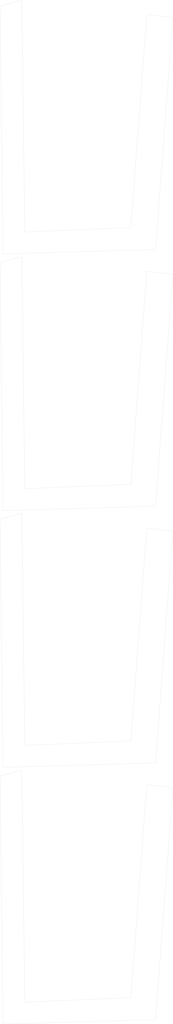
<source format=kicad_pcb>
(kicad_pcb (version 20221018) (generator pcbnew)

  (general
    (thickness 1.6)
  )

  (paper "A4")
  (layers
    (0 "F.Cu" signal)
    (31 "B.Cu" signal)
    (32 "B.Adhes" user "B.Adhesive")
    (33 "F.Adhes" user "F.Adhesive")
    (34 "B.Paste" user)
    (35 "F.Paste" user)
    (36 "B.SilkS" user "B.Silkscreen")
    (37 "F.SilkS" user "F.Silkscreen")
    (38 "B.Mask" user)
    (39 "F.Mask" user)
    (40 "Dwgs.User" user "User.Drawings")
    (41 "Cmts.User" user "User.Comments")
    (42 "Eco1.User" user "User.Eco1")
    (43 "Eco2.User" user "User.Eco2")
    (44 "Edge.Cuts" user)
    (45 "Margin" user)
    (46 "B.CrtYd" user "B.Courtyard")
    (47 "F.CrtYd" user "F.Courtyard")
    (48 "B.Fab" user)
    (49 "F.Fab" user)
    (50 "User.1" user)
    (51 "User.2" user)
    (52 "User.3" user)
    (53 "User.4" user)
    (54 "User.5" user)
    (55 "User.6" user)
    (56 "User.7" user)
    (57 "User.8" user)
    (58 "User.9" user)
  )

  (setup
    (stackup
      (layer "F.SilkS" (type "Top Silk Screen"))
      (layer "F.Paste" (type "Top Solder Paste"))
      (layer "F.Mask" (type "Top Solder Mask") (thickness 0.01))
      (layer "F.Cu" (type "copper") (thickness 0.035))
      (layer "dielectric 1" (type "core") (thickness 1.51) (material "FR4") (epsilon_r 4.5) (loss_tangent 0.02))
      (layer "B.Cu" (type "copper") (thickness 0.035))
      (layer "B.Mask" (type "Bottom Solder Mask") (thickness 0.01))
      (layer "B.Paste" (type "Bottom Solder Paste"))
      (layer "B.SilkS" (type "Bottom Silk Screen"))
      (layer "F.SilkS" (type "Top Silk Screen"))
      (layer "F.Paste" (type "Top Solder Paste"))
      (layer "F.Mask" (type "Top Solder Mask") (thickness 0.01))
      (layer "F.Cu" (type "copper") (thickness 0.035))
      (layer "dielectric 1" (type "core") (thickness 1.51) (material "FR4") (epsilon_r 4.5) (loss_tangent 0.02))
      (layer "B.Cu" (type "copper") (thickness 0.035))
      (layer "B.Mask" (type "Bottom Solder Mask") (thickness 0.01))
      (layer "B.Paste" (type "Bottom Solder Paste"))
      (layer "B.SilkS" (type "Bottom Silk Screen"))
      (layer "F.SilkS" (type "Top Silk Screen"))
      (layer "F.Paste" (type "Top Solder Paste"))
      (layer "F.Mask" (type "Top Solder Mask") (thickness 0.01))
      (layer "F.Cu" (type "copper") (thickness 0.035))
      (layer "dielectric 1" (type "core") (thickness 1.51) (material "FR4") (epsilon_r 4.5) (loss_tangent 0.02))
      (layer "B.Cu" (type "copper") (thickness 0.035))
      (layer "B.Mask" (type "Bottom Solder Mask") (thickness 0.01))
      (layer "B.Paste" (type "Bottom Solder Paste"))
      (layer "B.SilkS" (type "Bottom Silk Screen"))
      (layer "F.SilkS" (type "Top Silk Screen"))
      (layer "F.Paste" (type "Top Solder Paste"))
      (layer "F.Mask" (type "Top Solder Mask") (thickness 0.01))
      (layer "F.Cu" (type "copper") (thickness 0.035))
      (layer "dielectric 1" (type "core") (thickness 1.51) (material "FR4") (epsilon_r 4.5) (loss_tangent 0.02))
      (layer "B.Cu" (type "copper") (thickness 0.035))
      (layer "B.Mask" (type "Bottom Solder Mask") (thickness 0.01))
      (layer "B.Paste" (type "Bottom Solder Paste"))
      (layer "B.SilkS" (type "Bottom Silk Screen"))
      (copper_finish "None")
      (dielectric_constraints no)
    )
    (pad_to_mask_clearance 0)
    (pcbplotparams
      (layerselection 0x00010fc_ffffffff)
      (plot_on_all_layers_selection 0x0000000_00000000)
      (disableapertmacros false)
      (usegerberextensions false)
      (usegerberattributes true)
      (usegerberadvancedattributes true)
      (creategerberjobfile true)
      (dashed_line_dash_ratio 12.000000)
      (dashed_line_gap_ratio 3.000000)
      (svgprecision 4)
      (plotframeref false)
      (viasonmask false)
      (mode 1)
      (useauxorigin false)
      (hpglpennumber 1)
      (hpglpenspeed 20)
      (hpglpendiameter 15.000000)
      (dxfpolygonmode true)
      (dxfimperialunits true)
      (dxfusepcbnewfont true)
      (psnegative false)
      (psa4output false)
      (plotreference true)
      (plotvalue true)
      (plotinvisibletext false)
      (sketchpadsonfab false)
      (subtractmaskfromsilk false)
      (outputformat 1)
      (mirror false)
      (drillshape 1)
      (scaleselection 1)
      (outputdirectory "")
    )
  )

  (net 0 "")

  (gr_line (start 53.999965 261.948943) (end 59.999965 182.448943)
    (stroke (width 0.05) (type default)) (layer "Edge.Cuts") (tstamp 009590dc-6c9d-432f-9e9c-073321410f03))
  (gr_line (start 50.999965 5.483117) (end 45.499965 78.483117)
    (stroke (width 0.05) (type default)) (layer "Edge.Cuts") (tstamp 048b155d-9dba-4bb2-a3d0-fc613247e2f0))
  (gr_line (start 8.999965 167.96603) (end 7.999965 88.46603)
    (stroke (width 0.05) (type default)) (layer "Edge.Cuts") (tstamp 0786fe77-17ad-4512-97aa-0ab38a267806))
  (gr_line (start 0.499965 266.431856) (end 1.499965 351.431856)
    (stroke (width 0.05) (type default)) (layer "Edge.Cuts") (tstamp 0cf3d8b2-6775-4c9c-b0a7-7d69482556d3))
  (gr_line (start 1.499965 351.431856) (end 53.999965 349.931856)
    (stroke (width 0.05) (type default)) (layer "Edge.Cuts") (tstamp 0dece1c8-cd66-490e-8be3-d44f5bd26630))
  (gr_line (start 0.499965 90.46603) (end 1.499965 175.46603)
    (stroke (width 0.05) (type default)) (layer "Edge.Cuts") (tstamp 178e8d68-c745-4249-81ac-7f51af2a0eb4))
  (gr_line (start 7.999965 88.46603) (end 0.499965 90.46603)
    (stroke (width 0.05) (type default)) (layer "Edge.Cuts") (tstamp 2ea8113d-a8e3-4347-b785-682b8a43aae2))
  (gr_line (start 1.499965 87.483117) (end 53.999965 85.983117)
    (stroke (width 0.05) (type default)) (layer "Edge.Cuts") (tstamp 2ead2ab3-bd10-4b5b-93f7-1643c586de6e))
  (gr_line (start 1.499965 263.448943) (end 53.999965 261.948943)
    (stroke (width 0.05) (type default)) (layer "Edge.Cuts") (tstamp 2f7c04dd-f687-4a01-b783-b469d110558c))
  (gr_line (start 59.999965 270.431856) (end 50.999965 269.431856)
    (stroke (width 0.05) (type default)) (layer "Edge.Cuts") (tstamp 34201799-4cc5-4d3f-8f9e-c307e0b861fe))
  (gr_line (start 45.499965 78.483117) (end 8.999965 79.983117)
    (stroke (width 0.05) (type default)) (layer "Edge.Cuts") (tstamp 583d66d1-9ade-459b-ac61-0bc6ca519d31))
  (gr_line (start 59.999965 6.483117) (end 50.999965 5.483117)
    (stroke (width 0.05) (type default)) (layer "Edge.Cuts") (tstamp 6525196b-e3a8-47a3-8a13-ef02e3db034c))
  (gr_line (start 53.999965 173.96603) (end 59.999965 94.46603)
    (stroke (width 0.05) (type default)) (layer "Edge.Cuts") (tstamp 681b0733-bfd7-4a14-9b9a-175aeec33506))
  (gr_line (start 8.999965 255.948943) (end 7.999965 176.448943)
    (stroke (width 0.05) (type default)) (layer "Edge.Cuts") (tstamp 69e9d102-72c5-440d-bc24-6c15fd809205))
  (gr_line (start 7.999965 0.483117) (end 0.499965 2.483117)
    (stroke (width 0.05) (type default)) (layer "Edge.Cuts") (tstamp 6ba5fa71-d87e-414e-9d04-994a65c5853a))
  (gr_line (start 50.999965 269.431856) (end 45.499965 342.431856)
    (stroke (width 0.05) (type default)) (layer "Edge.Cuts") (tstamp 6d2af1b4-fa79-469e-8f78-7a83dfb613c3))
  (gr_line (start 50.999965 93.46603) (end 45.499965 166.46603)
    (stroke (width 0.05) (type default)) (layer "Edge.Cuts") (tstamp 84f84f65-b2d5-41c1-a2a9-0d44640ebccd))
  (gr_line (start 45.499965 166.46603) (end 8.999965 167.96603)
    (stroke (width 0.05) (type default)) (layer "Edge.Cuts") (tstamp 860cbe96-afe5-42fe-a8f9-64913f67a734))
  (gr_line (start 50.999965 181.448943) (end 45.499965 254.448943)
    (stroke (width 0.05) (type default)) (layer "Edge.Cuts") (tstamp 8e5a2ac2-7e39-40c4-8eba-33ae39545efd))
  (gr_line (start 59.999965 182.448943) (end 50.999965 181.448943)
    (stroke (width 0.05) (type default)) (layer "Edge.Cuts") (tstamp 9b9406c7-5996-49a4-b1ea-b33ec9f9fb7b))
  (gr_line (start 0.499965 2.483117) (end 1.499965 87.483117)
    (stroke (width 0.05) (type default)) (layer "Edge.Cuts") (tstamp 9ce45213-ee75-469c-b415-f7be5ccdd654))
  (gr_line (start 45.499965 254.448943) (end 8.999965 255.948943)
    (stroke (width 0.05) (type default)) (layer "Edge.Cuts") (tstamp a353f59e-a494-403d-aff2-803c3b429c36))
  (gr_line (start 53.999965 349.931856) (end 59.999965 270.431856)
    (stroke (width 0.05) (type default)) (layer "Edge.Cuts") (tstamp a3f55992-70cb-4c97-a346-0bbc8819cd41))
  (gr_line (start 0.499965 178.448943) (end 1.499965 263.448943)
    (stroke (width 0.05) (type default)) (layer "Edge.Cuts") (tstamp abab4a70-99f0-4a58-a0cb-50b9b318f33f))
  (gr_line (start 53.999965 85.983117) (end 59.999965 6.483117)
    (stroke (width 0.05) (type default)) (layer "Edge.Cuts") (tstamp b3e43e7e-4d77-4cde-829a-fbdb60c65b0c))
  (gr_line (start 45.499965 342.431856) (end 8.999965 343.931856)
    (stroke (width 0.05) (type default)) (layer "Edge.Cuts") (tstamp ca38c262-b4bd-40fe-b9b4-d37af01e49ce))
  (gr_line (start 8.999965 79.983117) (end 7.999965 0.483117)
    (stroke (width 0.05) (type default)) (layer "Edge.Cuts") (tstamp cc715536-19e3-4c81-a335-134e19b5a103))
  (gr_line (start 1.499965 175.46603) (end 53.999965 173.96603)
    (stroke (width 0.05) (type default)) (layer "Edge.Cuts") (tstamp db3eb2e0-5ae1-4024-be29-7f907bd82a19))
  (gr_line (start 8.999965 343.931856) (end 7.999965 264.431856)
    (stroke (width 0.05) (type default)) (layer "Edge.Cuts") (tstamp e1e19ab7-6204-4015-96cb-b1e86b21ed92))
  (gr_line (start 59.999965 94.46603) (end 50.999965 93.46603)
    (stroke (width 0.05) (type default)) (layer "Edge.Cuts") (tstamp eb9d2cf7-56e6-4bc0-957d-64fd4468d909))
  (gr_line (start 7.999965 176.448943) (end 0.499965 178.448943)
    (stroke (width 0.05) (type default)) (layer "Edge.Cuts") (tstamp ebd5bae7-8d08-4249-8d1b-b0ce0dc53714))
  (gr_line (start 7.999965 264.431856) (end 0.499965 266.431856)
    (stroke (width 0.05) (type default)) (layer "Edge.Cuts") (tstamp ff8cb683-9c4d-42de-8790-0b4fe7384d6a))

)

</source>
